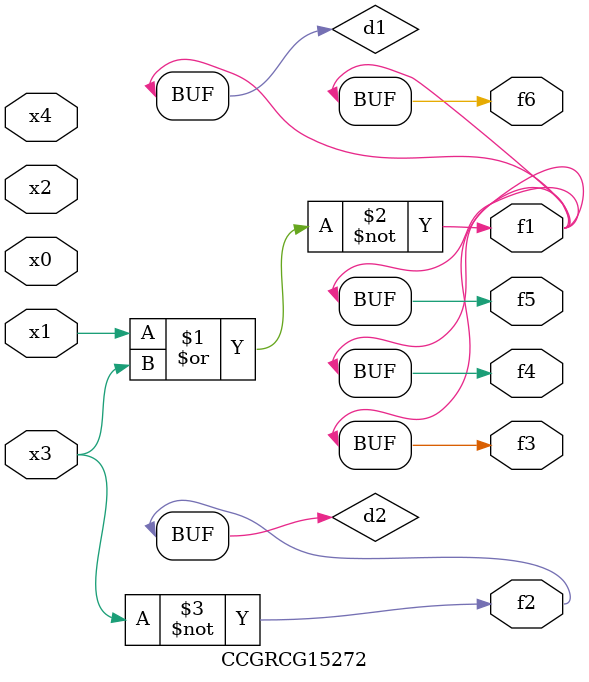
<source format=v>
module CCGRCG15272(
	input x0, x1, x2, x3, x4,
	output f1, f2, f3, f4, f5, f6
);

	wire d1, d2;

	nor (d1, x1, x3);
	not (d2, x3);
	assign f1 = d1;
	assign f2 = d2;
	assign f3 = d1;
	assign f4 = d1;
	assign f5 = d1;
	assign f6 = d1;
endmodule

</source>
